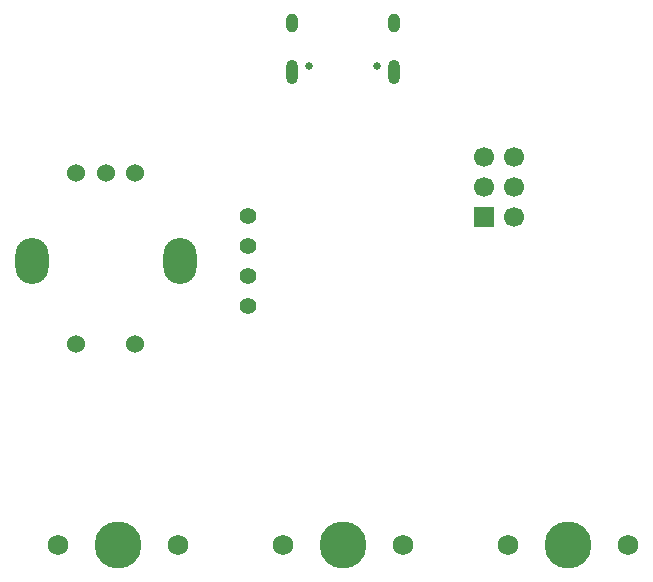
<source format=gbr>
%TF.GenerationSoftware,KiCad,Pcbnew,(5.1.9-1-g591a07d2d9)-1*%
%TF.CreationDate,2021-07-28T01:57:03-06:00*%
%TF.ProjectId,keyboard-layout,6b657962-6f61-4726-942d-6c61796f7574,rev?*%
%TF.SameCoordinates,Original*%
%TF.FileFunction,Soldermask,Top*%
%TF.FilePolarity,Negative*%
%FSLAX46Y46*%
G04 Gerber Fmt 4.6, Leading zero omitted, Abs format (unit mm)*
G04 Created by KiCad (PCBNEW (5.1.9-1-g591a07d2d9)-1) date 2021-07-28 01:57:03*
%MOMM*%
%LPD*%
G01*
G04 APERTURE LIST*
%ADD10C,1.700000*%
%ADD11R,1.700000X1.700000*%
%ADD12C,1.397000*%
%ADD13C,1.750000*%
%ADD14C,3.987800*%
%ADD15C,1.524000*%
%ADD16O,2.800000X3.900000*%
%ADD17O,1.000000X1.600000*%
%ADD18O,1.000000X2.100000*%
%ADD19C,0.650000*%
G04 APERTURE END LIST*
D10*
%TO.C,J1*%
X124770000Y-87710000D03*
X122230000Y-87710000D03*
X124770000Y-90250000D03*
X122230000Y-90250000D03*
X124770000Y-92790000D03*
D11*
X122230000Y-92790000D03*
%TD*%
D12*
%TO.C,J2*%
X102255000Y-92709500D03*
X102255000Y-95249500D03*
X102255000Y-97789500D03*
X102255000Y-100329500D03*
%TD*%
D13*
%TO.C,K_2*%
X96310000Y-120520000D03*
X86150000Y-120520000D03*
D14*
X91230000Y-120520000D03*
%TD*%
%TO.C,K_3*%
X110280000Y-120520000D03*
D13*
X105200000Y-120520000D03*
X115360000Y-120520000D03*
%TD*%
D15*
%TO.C,SW2*%
X87730000Y-89019500D03*
X92730000Y-89019500D03*
X90230000Y-89019500D03*
X92730000Y-103519500D03*
X87730000Y-103519500D03*
D16*
X96480000Y-96519500D03*
X83980000Y-96519500D03*
%TD*%
D17*
%TO.C,USB1*%
X114600000Y-76350000D03*
X105960000Y-76350000D03*
D18*
X114600000Y-80530000D03*
X105960000Y-80530000D03*
D19*
X107390000Y-80000000D03*
X113170000Y-80000000D03*
%TD*%
D13*
%TO.C,K_1*%
X134410000Y-120520000D03*
X124250000Y-120520000D03*
D14*
X129330000Y-120520000D03*
%TD*%
M02*

</source>
